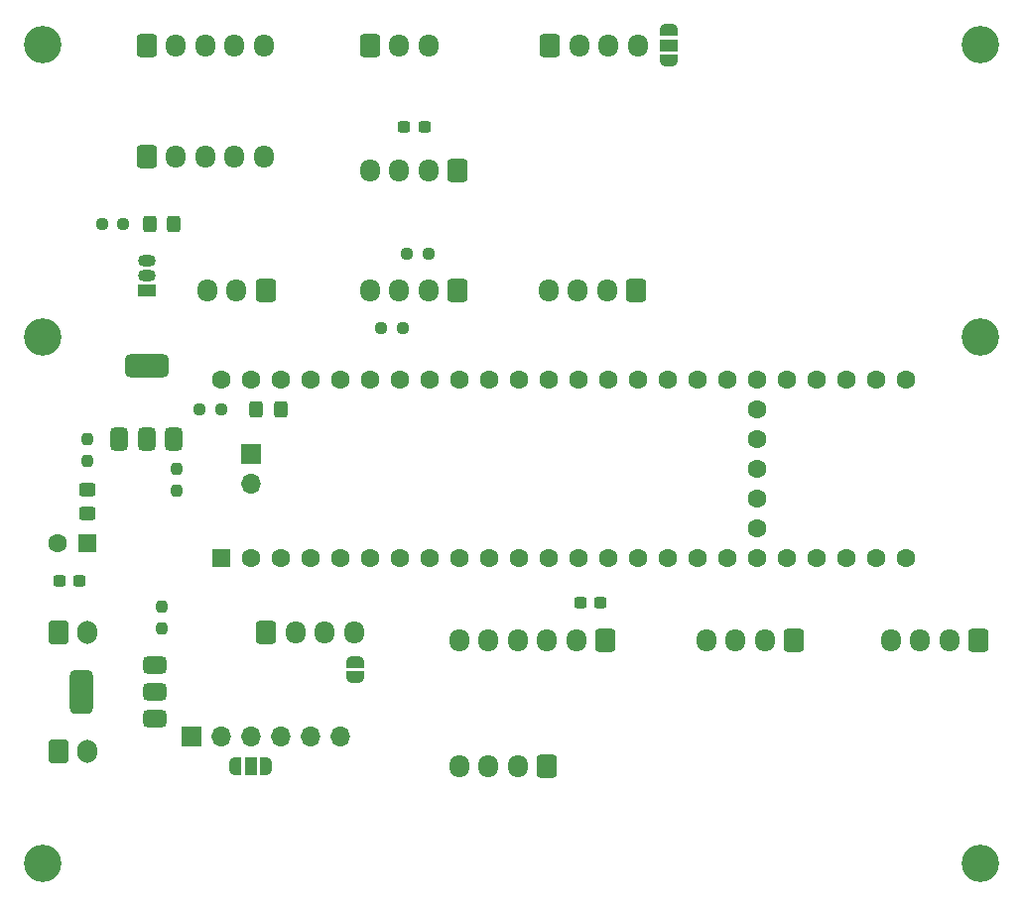
<source format=gbs>
G04 #@! TF.GenerationSoftware,KiCad,Pcbnew,8.0.3*
G04 #@! TF.CreationDate,2024-06-28T11:21:49+02:00*
G04 #@! TF.ProjectId,Bobbycar_wiring,426f6262-7963-4617-925f-776972696e67,rev?*
G04 #@! TF.SameCoordinates,Original*
G04 #@! TF.FileFunction,Soldermask,Bot*
G04 #@! TF.FilePolarity,Negative*
%FSLAX46Y46*%
G04 Gerber Fmt 4.6, Leading zero omitted, Abs format (unit mm)*
G04 Created by KiCad (PCBNEW 8.0.3) date 2024-06-28 11:21:49*
%MOMM*%
%LPD*%
G01*
G04 APERTURE LIST*
G04 Aperture macros list*
%AMRoundRect*
0 Rectangle with rounded corners*
0 $1 Rounding radius*
0 $2 $3 $4 $5 $6 $7 $8 $9 X,Y pos of 4 corners*
0 Add a 4 corners polygon primitive as box body*
4,1,4,$2,$3,$4,$5,$6,$7,$8,$9,$2,$3,0*
0 Add four circle primitives for the rounded corners*
1,1,$1+$1,$2,$3*
1,1,$1+$1,$4,$5*
1,1,$1+$1,$6,$7*
1,1,$1+$1,$8,$9*
0 Add four rect primitives between the rounded corners*
20,1,$1+$1,$2,$3,$4,$5,0*
20,1,$1+$1,$4,$5,$6,$7,0*
20,1,$1+$1,$6,$7,$8,$9,0*
20,1,$1+$1,$8,$9,$2,$3,0*%
%AMFreePoly0*
4,1,19,0.550000,-0.750000,0.000000,-0.750000,0.000000,-0.744911,-0.071157,-0.744911,-0.207708,-0.704816,-0.327430,-0.627875,-0.420627,-0.520320,-0.479746,-0.390866,-0.500000,-0.250000,-0.500000,0.250000,-0.479746,0.390866,-0.420627,0.520320,-0.327430,0.627875,-0.207708,0.704816,-0.071157,0.744911,0.000000,0.744911,0.000000,0.750000,0.550000,0.750000,0.550000,-0.750000,0.550000,-0.750000,
$1*%
%AMFreePoly1*
4,1,19,0.000000,0.744911,0.071157,0.744911,0.207708,0.704816,0.327430,0.627875,0.420627,0.520320,0.479746,0.390866,0.500000,0.250000,0.500000,-0.250000,0.479746,-0.390866,0.420627,-0.520320,0.327430,-0.627875,0.207708,-0.704816,0.071157,-0.744911,0.000000,-0.744911,0.000000,-0.750000,-0.550000,-0.750000,-0.550000,0.750000,0.000000,0.750000,0.000000,0.744911,0.000000,0.744911,
$1*%
%AMFreePoly2*
4,1,19,0.500000,-0.750000,0.000000,-0.750000,0.000000,-0.744911,-0.071157,-0.744911,-0.207708,-0.704816,-0.327430,-0.627875,-0.420627,-0.520320,-0.479746,-0.390866,-0.500000,-0.250000,-0.500000,0.250000,-0.479746,0.390866,-0.420627,0.520320,-0.327430,0.627875,-0.207708,0.704816,-0.071157,0.744911,0.000000,0.744911,0.000000,0.750000,0.500000,0.750000,0.500000,-0.750000,0.500000,-0.750000,
$1*%
%AMFreePoly3*
4,1,19,0.000000,0.744911,0.071157,0.744911,0.207708,0.704816,0.327430,0.627875,0.420627,0.520320,0.479746,0.390866,0.500000,0.250000,0.500000,-0.250000,0.479746,-0.390866,0.420627,-0.520320,0.327430,-0.627875,0.207708,-0.704816,0.071157,-0.744911,0.000000,-0.744911,0.000000,-0.750000,-0.500000,-0.750000,-0.500000,0.750000,0.000000,0.750000,0.000000,0.744911,0.000000,0.744911,
$1*%
G04 Aperture macros list end*
%ADD10R,1.500000X1.050000*%
%ADD11O,1.500000X1.050000*%
%ADD12R,1.600000X1.600000*%
%ADD13C,1.600000*%
%ADD14FreePoly0,0.000000*%
%ADD15R,1.000000X1.500000*%
%ADD16FreePoly1,0.000000*%
%ADD17RoundRect,0.250000X-0.325000X-0.450000X0.325000X-0.450000X0.325000X0.450000X-0.325000X0.450000X0*%
%ADD18RoundRect,0.237500X0.250000X0.237500X-0.250000X0.237500X-0.250000X-0.237500X0.250000X-0.237500X0*%
%ADD19RoundRect,0.237500X-0.250000X-0.237500X0.250000X-0.237500X0.250000X0.237500X-0.250000X0.237500X0*%
%ADD20RoundRect,0.375000X0.375000X-0.625000X0.375000X0.625000X-0.375000X0.625000X-0.375000X-0.625000X0*%
%ADD21RoundRect,0.500000X1.400000X-0.500000X1.400000X0.500000X-1.400000X0.500000X-1.400000X-0.500000X0*%
%ADD22RoundRect,0.237500X0.237500X-0.250000X0.237500X0.250000X-0.237500X0.250000X-0.237500X-0.250000X0*%
%ADD23RoundRect,0.237500X-0.300000X-0.237500X0.300000X-0.237500X0.300000X0.237500X-0.300000X0.237500X0*%
%ADD24RoundRect,0.250000X-0.450000X0.325000X-0.450000X-0.325000X0.450000X-0.325000X0.450000X0.325000X0*%
%ADD25RoundRect,0.375000X0.625000X0.375000X-0.625000X0.375000X-0.625000X-0.375000X0.625000X-0.375000X0*%
%ADD26RoundRect,0.500000X0.500000X1.400000X-0.500000X1.400000X-0.500000X-1.400000X0.500000X-1.400000X0*%
%ADD27FreePoly2,90.000000*%
%ADD28FreePoly3,90.000000*%
%ADD29O,1.700000X1.700000*%
%ADD30R,1.700000X1.700000*%
%ADD31RoundRect,0.250000X-0.600000X-0.725000X0.600000X-0.725000X0.600000X0.725000X-0.600000X0.725000X0*%
%ADD32O,1.700000X1.950000*%
%ADD33FreePoly1,90.000000*%
%ADD34R,1.500000X1.000000*%
%ADD35FreePoly0,90.000000*%
%ADD36RoundRect,0.250000X0.600000X0.725000X-0.600000X0.725000X-0.600000X-0.725000X0.600000X-0.725000X0*%
%ADD37O,1.700000X2.000000*%
%ADD38RoundRect,0.250000X-0.600000X-0.750000X0.600000X-0.750000X0.600000X0.750000X-0.600000X0.750000X0*%
%ADD39C,3.200000*%
%ADD40RoundRect,0.237500X0.300000X0.237500X-0.300000X0.237500X-0.300000X-0.237500X0.300000X-0.237500X0*%
G04 APERTURE END LIST*
D10*
X83820000Y-66040000D03*
D11*
X83820000Y-64770000D03*
X83820000Y-63500000D03*
D12*
X90170000Y-88900000D03*
D13*
X92710000Y-88900000D03*
X95250000Y-88900000D03*
X97790000Y-88900000D03*
X100330000Y-88900000D03*
X102870000Y-88900000D03*
X105410000Y-88900000D03*
X107950000Y-88900000D03*
X110490000Y-88900000D03*
X113030000Y-88900000D03*
X115570000Y-88900000D03*
X118110000Y-88900000D03*
X120650000Y-88900000D03*
X123190000Y-88900000D03*
X125730000Y-88900000D03*
X128270000Y-88900000D03*
X130810000Y-88900000D03*
X133350000Y-88900000D03*
X135890000Y-88900000D03*
X138430000Y-88900000D03*
X140970000Y-88900000D03*
X143510000Y-88900000D03*
X146050000Y-88900000D03*
X148590000Y-88900000D03*
X148590000Y-73660000D03*
X146050000Y-73660000D03*
X143510000Y-73660000D03*
X140970000Y-73660000D03*
X138430000Y-73660000D03*
X135890000Y-73660000D03*
X133350000Y-73660000D03*
X130810000Y-73660000D03*
X128270000Y-73660000D03*
X125730000Y-73660000D03*
X123190000Y-73660000D03*
X120650000Y-73660000D03*
X118110000Y-73660000D03*
X115570000Y-73660000D03*
X113030000Y-73660000D03*
X110490000Y-73660000D03*
X107950000Y-73660000D03*
X105410000Y-73660000D03*
X102870000Y-73660000D03*
X100330000Y-73660000D03*
X97790000Y-73660000D03*
X95250000Y-73660000D03*
X92710000Y-73660000D03*
X90170000Y-73660000D03*
X135890000Y-86360000D03*
X135890000Y-83820000D03*
X135890000Y-81280000D03*
X135890000Y-78740000D03*
X135890000Y-76200000D03*
D14*
X91410000Y-106680000D03*
D15*
X92710000Y-106680000D03*
D16*
X94010000Y-106680000D03*
D17*
X93200000Y-76200000D03*
X95250000Y-76200000D03*
D18*
X90170000Y-76200000D03*
X88345000Y-76200000D03*
D19*
X106045000Y-62865000D03*
X107870000Y-62865000D03*
D20*
X86120000Y-78740000D03*
X83820000Y-78740000D03*
D21*
X83820000Y-72440000D03*
D20*
X81520000Y-78740000D03*
D19*
X80010000Y-60325000D03*
X81835000Y-60325000D03*
D22*
X86360000Y-83105000D03*
X86360000Y-81280000D03*
D17*
X84065000Y-60325000D03*
X86115000Y-60325000D03*
D23*
X120830000Y-92710000D03*
X122555000Y-92710000D03*
D19*
X103862500Y-69215000D03*
X105687500Y-69215000D03*
D22*
X78740000Y-80565000D03*
X78740000Y-78740000D03*
D24*
X78740000Y-83040000D03*
X78740000Y-85090000D03*
D23*
X105817500Y-52070000D03*
X107542500Y-52070000D03*
D25*
X84520000Y-98030000D03*
X84520000Y-100330000D03*
D26*
X78220000Y-100330000D03*
D25*
X84520000Y-102630000D03*
D27*
X101600000Y-99090000D03*
D28*
X101600000Y-97790000D03*
D29*
X92710000Y-82550000D03*
D30*
X92710000Y-80010000D03*
D31*
X94020000Y-95250000D03*
D32*
X96520000Y-95250000D03*
X99020000Y-95250000D03*
X101520000Y-95250000D03*
X125730000Y-45085000D03*
X123230000Y-45085000D03*
X120730000Y-45085000D03*
D31*
X118230000Y-45085000D03*
D33*
X128390000Y-43785000D03*
D34*
X128390000Y-45085000D03*
D35*
X128390000Y-46385000D03*
D32*
X118110000Y-66040000D03*
X120610000Y-66040000D03*
X123110000Y-66040000D03*
D36*
X125610000Y-66040000D03*
X139065000Y-95885000D03*
D32*
X136565000Y-95885000D03*
X134065000Y-95885000D03*
X131565000Y-95885000D03*
D36*
X110370000Y-55770000D03*
D32*
X107870000Y-55770000D03*
X105370000Y-55770000D03*
X102870000Y-55770000D03*
X110490000Y-106680000D03*
X112990000Y-106680000D03*
X115490000Y-106680000D03*
D36*
X117990000Y-106680000D03*
D31*
X83820000Y-45088000D03*
D32*
X86320000Y-45088000D03*
X88820000Y-45088000D03*
X91320000Y-45088000D03*
X93820000Y-45088000D03*
D37*
X78790000Y-95250000D03*
D38*
X76290000Y-95250000D03*
D36*
X122990000Y-95885000D03*
D32*
X120490000Y-95885000D03*
X117990000Y-95885000D03*
X115490000Y-95885000D03*
X112990000Y-95885000D03*
X110490000Y-95885000D03*
D39*
X75000000Y-45000000D03*
D37*
X78790000Y-105410000D03*
D38*
X76290000Y-105410000D03*
D39*
X155000000Y-70000000D03*
X155000000Y-115000000D03*
X155000000Y-45000000D03*
D29*
X100330000Y-104140000D03*
X97790000Y-104140000D03*
X95250000Y-104140000D03*
X92710000Y-104140000D03*
X90170000Y-104140000D03*
D30*
X87630000Y-104140000D03*
D39*
X75000000Y-115000000D03*
X75000000Y-70000000D03*
D12*
X78740000Y-87630000D03*
D13*
X76240000Y-87630000D03*
D32*
X88980000Y-66040000D03*
X91480000Y-66040000D03*
D36*
X93980000Y-66040000D03*
D22*
X85090000Y-93067500D03*
X85090000Y-94892500D03*
D40*
X78105000Y-90805000D03*
X76380000Y-90805000D03*
D32*
X102870000Y-66040000D03*
X105370000Y-66040000D03*
X107870000Y-66040000D03*
D36*
X110370000Y-66040000D03*
D31*
X83820000Y-54610000D03*
D32*
X86320000Y-54610000D03*
X88820000Y-54610000D03*
X91320000Y-54610000D03*
X93820000Y-54610000D03*
X147320000Y-95885000D03*
X149820000Y-95885000D03*
X152320000Y-95885000D03*
D36*
X154820000Y-95885000D03*
D31*
X102870000Y-45088000D03*
D32*
X105370000Y-45088000D03*
X107870000Y-45088000D03*
M02*

</source>
